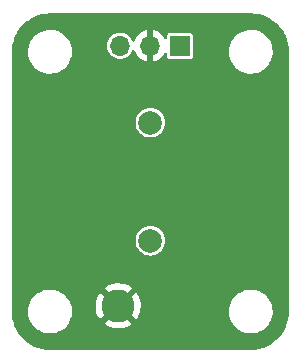
<source format=gtl>
G04 #@! TF.GenerationSoftware,KiCad,Pcbnew,(6.0.2)*
G04 #@! TF.CreationDate,2022-05-11T22:03:01-05:00*
G04 #@! TF.ProjectId,Transmit US,5472616e-736d-4697-9420-55532e6b6963,rev?*
G04 #@! TF.SameCoordinates,Original*
G04 #@! TF.FileFunction,Copper,L1,Top*
G04 #@! TF.FilePolarity,Positive*
%FSLAX46Y46*%
G04 Gerber Fmt 4.6, Leading zero omitted, Abs format (unit mm)*
G04 Created by KiCad (PCBNEW (6.0.2)) date 2022-05-11 22:03:01*
%MOMM*%
%LPD*%
G01*
G04 APERTURE LIST*
G04 #@! TA.AperFunction,ComponentPad*
%ADD10C,2.000000*%
G04 #@! TD*
G04 #@! TA.AperFunction,ComponentPad*
%ADD11C,2.800000*%
G04 #@! TD*
G04 #@! TA.AperFunction,ComponentPad*
%ADD12R,1.700000X1.700000*%
G04 #@! TD*
G04 #@! TA.AperFunction,ComponentPad*
%ADD13O,1.700000X1.700000*%
G04 #@! TD*
G04 #@! TA.AperFunction,ViaPad*
%ADD14C,0.762000*%
G04 #@! TD*
G04 APERTURE END LIST*
D10*
G04 #@! TO.P,LS1,1,1*
G04 #@! TO.N,/PZT+*
X112000000Y-77000000D03*
G04 #@! TO.P,LS1,2,2*
G04 #@! TO.N,/PZT-*
X112000000Y-87000000D03*
G04 #@! TD*
D11*
G04 #@! TO.P,TP1,1,1*
G04 #@! TO.N,GNDREF*
X109275000Y-92525000D03*
G04 #@! TD*
D12*
G04 #@! TO.P,J1,1,Pin_1*
G04 #@! TO.N,+3V3*
X114500000Y-70500000D03*
D13*
G04 #@! TO.P,J1,2,Pin_2*
G04 #@! TO.N,GNDREF*
X111960000Y-70500000D03*
G04 #@! TO.P,J1,3,Pin_3*
G04 #@! TO.N,Net-(J1-Pad3)*
X109420000Y-70500000D03*
G04 #@! TD*
D14*
G04 #@! TO.N,GNDREF*
X102980000Y-79680000D03*
X120800000Y-78162500D03*
X107740000Y-80930000D03*
X108430000Y-77812500D03*
X119290000Y-86540000D03*
G04 #@! TD*
G04 #@! TA.AperFunction,Conductor*
G04 #@! TO.N,GNDREF*
G36*
X120487153Y-67756421D02*
G01*
X120500000Y-67758976D01*
X120512169Y-67756556D01*
X120524582Y-67756556D01*
X120524582Y-67756652D01*
X120535527Y-67755862D01*
X120832699Y-67771436D01*
X120845815Y-67772814D01*
X121168359Y-67823900D01*
X121181259Y-67826642D01*
X121496695Y-67911162D01*
X121509231Y-67915236D01*
X121778214Y-68018488D01*
X121814098Y-68032263D01*
X121826146Y-68037627D01*
X122117120Y-68185885D01*
X122128542Y-68192480D01*
X122402417Y-68370337D01*
X122413086Y-68378089D01*
X122666867Y-68583597D01*
X122676668Y-68592422D01*
X122907578Y-68823332D01*
X122916403Y-68833133D01*
X123121911Y-69086914D01*
X123129661Y-69097581D01*
X123307520Y-69371458D01*
X123314115Y-69382880D01*
X123462373Y-69673854D01*
X123467737Y-69685902D01*
X123566514Y-69943223D01*
X123584762Y-69990761D01*
X123588838Y-70003305D01*
X123673358Y-70318741D01*
X123676100Y-70331641D01*
X123727186Y-70654185D01*
X123728564Y-70667301D01*
X123744029Y-70962383D01*
X123744138Y-70964470D01*
X123743348Y-70975418D01*
X123743444Y-70975418D01*
X123743444Y-70987831D01*
X123741024Y-71000000D01*
X123743579Y-71012844D01*
X123746000Y-71037425D01*
X123746000Y-92962575D01*
X123743579Y-92987153D01*
X123741024Y-93000000D01*
X123743444Y-93012169D01*
X123743444Y-93024582D01*
X123743348Y-93024582D01*
X123744138Y-93035527D01*
X123732321Y-93261014D01*
X123728564Y-93332698D01*
X123727186Y-93345815D01*
X123676100Y-93668359D01*
X123673358Y-93681259D01*
X123588838Y-93996695D01*
X123584764Y-94009231D01*
X123517636Y-94184107D01*
X123467737Y-94314098D01*
X123462373Y-94326146D01*
X123314115Y-94617120D01*
X123307520Y-94628542D01*
X123169993Y-94840315D01*
X123129663Y-94902417D01*
X123121911Y-94913086D01*
X122916403Y-95166867D01*
X122907578Y-95176668D01*
X122676668Y-95407578D01*
X122666867Y-95416403D01*
X122413086Y-95621911D01*
X122402417Y-95629663D01*
X122128542Y-95807520D01*
X122117120Y-95814115D01*
X121826146Y-95962373D01*
X121814097Y-95967737D01*
X121509231Y-96084764D01*
X121496695Y-96088838D01*
X121181259Y-96173358D01*
X121168359Y-96176100D01*
X120845815Y-96227186D01*
X120832699Y-96228564D01*
X120535527Y-96244138D01*
X120524582Y-96243348D01*
X120524582Y-96243444D01*
X120512169Y-96243444D01*
X120500000Y-96241024D01*
X120487153Y-96243579D01*
X120462575Y-96246000D01*
X103537425Y-96246000D01*
X103512847Y-96243579D01*
X103500000Y-96241024D01*
X103487831Y-96243444D01*
X103475418Y-96243444D01*
X103475418Y-96243348D01*
X103464473Y-96244138D01*
X103167301Y-96228564D01*
X103154185Y-96227186D01*
X102831641Y-96176100D01*
X102818741Y-96173358D01*
X102503305Y-96088838D01*
X102490769Y-96084764D01*
X102185903Y-95967737D01*
X102173854Y-95962373D01*
X101882880Y-95814115D01*
X101871458Y-95807520D01*
X101597583Y-95629663D01*
X101586914Y-95621911D01*
X101333133Y-95416403D01*
X101323332Y-95407578D01*
X101092422Y-95176668D01*
X101083597Y-95166867D01*
X100878089Y-94913086D01*
X100870337Y-94902417D01*
X100830008Y-94840315D01*
X100692480Y-94628542D01*
X100685885Y-94617120D01*
X100537627Y-94326146D01*
X100532263Y-94314098D01*
X100482364Y-94184107D01*
X100415236Y-94009231D01*
X100411162Y-93996695D01*
X100326642Y-93681259D01*
X100323900Y-93668359D01*
X100272814Y-93345815D01*
X100271436Y-93332698D01*
X100267679Y-93261014D01*
X100256211Y-93042186D01*
X101641018Y-93042186D01*
X101666579Y-93310100D01*
X101667664Y-93314534D01*
X101667665Y-93314540D01*
X101729461Y-93567080D01*
X101730547Y-93571518D01*
X101831583Y-93820963D01*
X101967569Y-94053210D01*
X102135658Y-94263395D01*
X102332327Y-94447113D01*
X102553457Y-94600516D01*
X102794416Y-94720391D01*
X102798750Y-94721812D01*
X102798753Y-94721813D01*
X103045823Y-94802807D01*
X103045829Y-94802808D01*
X103050156Y-94804227D01*
X103054647Y-94805007D01*
X103054648Y-94805007D01*
X103311538Y-94849611D01*
X103311546Y-94849612D01*
X103315319Y-94850267D01*
X103319156Y-94850458D01*
X103398777Y-94854422D01*
X103398785Y-94854422D01*
X103400348Y-94854500D01*
X103568374Y-94854500D01*
X103570642Y-94854335D01*
X103570654Y-94854335D01*
X103701457Y-94844844D01*
X103768425Y-94839985D01*
X103772880Y-94839001D01*
X103772883Y-94839001D01*
X104026770Y-94782947D01*
X104026772Y-94782946D01*
X104031226Y-94781963D01*
X104282900Y-94686613D01*
X104518172Y-94555931D01*
X104664842Y-94443996D01*
X104728491Y-94395421D01*
X104728495Y-94395417D01*
X104732116Y-94392654D01*
X104920249Y-94200203D01*
X105027242Y-94053210D01*
X105034815Y-94042806D01*
X108122361Y-94042806D01*
X108129751Y-94053108D01*
X108171630Y-94087203D01*
X108178909Y-94092318D01*
X108402756Y-94227085D01*
X108410670Y-94231118D01*
X108651286Y-94333006D01*
X108659691Y-94335883D01*
X108912257Y-94402850D01*
X108920989Y-94404516D01*
X109180474Y-94435227D01*
X109189340Y-94435645D01*
X109450561Y-94429490D01*
X109459414Y-94428653D01*
X109717162Y-94385752D01*
X109725796Y-94383679D01*
X109974930Y-94304888D01*
X109983192Y-94301617D01*
X110218731Y-94188513D01*
X110226455Y-94184107D01*
X110420268Y-94054606D01*
X110428556Y-94044688D01*
X110421299Y-94030509D01*
X109287812Y-92897022D01*
X109273868Y-92889408D01*
X109272035Y-92889539D01*
X109265420Y-92893790D01*
X108129527Y-94029683D01*
X108122361Y-94042806D01*
X105034815Y-94042806D01*
X105075942Y-93986304D01*
X105075947Y-93986297D01*
X105078630Y-93982610D01*
X105203941Y-93744433D01*
X105293557Y-93490662D01*
X105323390Y-93339299D01*
X105344720Y-93231083D01*
X105344721Y-93231077D01*
X105345601Y-93226611D01*
X105354782Y-93042186D01*
X105358755Y-92962383D01*
X105358755Y-92962377D01*
X105358982Y-92957814D01*
X105333421Y-92689900D01*
X105321676Y-92641899D01*
X105279458Y-92469367D01*
X107363245Y-92469367D01*
X107373503Y-92730459D01*
X107374478Y-92739288D01*
X107421422Y-92996332D01*
X107423631Y-93004934D01*
X107506324Y-93252796D01*
X107509728Y-93261014D01*
X107626519Y-93494750D01*
X107631043Y-93502398D01*
X107746352Y-93669235D01*
X107756673Y-93677589D01*
X107770323Y-93670467D01*
X108902978Y-92537812D01*
X108909356Y-92526132D01*
X109639408Y-92526132D01*
X109639539Y-92527965D01*
X109643790Y-92534580D01*
X110780517Y-93671307D01*
X110793917Y-93678624D01*
X110803821Y-93671637D01*
X110819686Y-93652763D01*
X110824905Y-93645580D01*
X110963171Y-93423876D01*
X110967333Y-93416017D01*
X111072988Y-93177030D01*
X111075994Y-93168680D01*
X111111669Y-93042186D01*
X118641018Y-93042186D01*
X118666579Y-93310100D01*
X118667664Y-93314534D01*
X118667665Y-93314540D01*
X118729461Y-93567080D01*
X118730547Y-93571518D01*
X118831583Y-93820963D01*
X118967569Y-94053210D01*
X119135658Y-94263395D01*
X119332327Y-94447113D01*
X119553457Y-94600516D01*
X119794416Y-94720391D01*
X119798750Y-94721812D01*
X119798753Y-94721813D01*
X120045823Y-94802807D01*
X120045829Y-94802808D01*
X120050156Y-94804227D01*
X120054647Y-94805007D01*
X120054648Y-94805007D01*
X120311538Y-94849611D01*
X120311546Y-94849612D01*
X120315319Y-94850267D01*
X120319156Y-94850458D01*
X120398777Y-94854422D01*
X120398785Y-94854422D01*
X120400348Y-94854500D01*
X120568374Y-94854500D01*
X120570642Y-94854335D01*
X120570654Y-94854335D01*
X120701457Y-94844844D01*
X120768425Y-94839985D01*
X120772880Y-94839001D01*
X120772883Y-94839001D01*
X121026770Y-94782947D01*
X121026772Y-94782946D01*
X121031226Y-94781963D01*
X121282900Y-94686613D01*
X121518172Y-94555931D01*
X121664842Y-94443996D01*
X121728491Y-94395421D01*
X121728495Y-94395417D01*
X121732116Y-94392654D01*
X121920249Y-94200203D01*
X122027242Y-94053210D01*
X122075942Y-93986304D01*
X122075947Y-93986297D01*
X122078630Y-93982610D01*
X122203941Y-93744433D01*
X122293557Y-93490662D01*
X122323390Y-93339299D01*
X122344720Y-93231083D01*
X122344721Y-93231077D01*
X122345601Y-93226611D01*
X122354782Y-93042186D01*
X122358755Y-92962383D01*
X122358755Y-92962377D01*
X122358982Y-92957814D01*
X122333421Y-92689900D01*
X122321676Y-92641899D01*
X122270539Y-92432920D01*
X122269453Y-92428482D01*
X122168417Y-92179037D01*
X122071606Y-92013696D01*
X122034741Y-91950735D01*
X122034740Y-91950734D01*
X122032431Y-91946790D01*
X121864342Y-91736605D01*
X121667673Y-91552887D01*
X121446543Y-91399484D01*
X121205584Y-91279609D01*
X121201250Y-91278188D01*
X121201247Y-91278187D01*
X120954177Y-91197193D01*
X120954171Y-91197192D01*
X120949844Y-91195773D01*
X120945352Y-91194993D01*
X120688462Y-91150389D01*
X120688454Y-91150388D01*
X120684681Y-91149733D01*
X120674718Y-91149237D01*
X120601223Y-91145578D01*
X120601215Y-91145578D01*
X120599652Y-91145500D01*
X120431626Y-91145500D01*
X120429358Y-91145665D01*
X120429346Y-91145665D01*
X120298543Y-91155156D01*
X120231575Y-91160015D01*
X120227120Y-91160999D01*
X120227117Y-91160999D01*
X119973230Y-91217053D01*
X119973228Y-91217054D01*
X119968774Y-91218037D01*
X119717100Y-91313387D01*
X119481828Y-91444069D01*
X119478196Y-91446841D01*
X119271509Y-91604579D01*
X119271505Y-91604583D01*
X119267884Y-91607346D01*
X119079751Y-91799797D01*
X119077066Y-91803486D01*
X118924058Y-92013696D01*
X118924053Y-92013703D01*
X118921370Y-92017390D01*
X118796059Y-92255567D01*
X118706443Y-92509338D01*
X118703133Y-92526132D01*
X118670855Y-92689900D01*
X118654399Y-92773389D01*
X118654172Y-92777942D01*
X118654172Y-92777945D01*
X118642969Y-93002998D01*
X118641018Y-93042186D01*
X111111669Y-93042186D01*
X111146921Y-92917192D01*
X111148722Y-92908499D01*
X111183672Y-92648292D01*
X111184200Y-92641899D01*
X111187773Y-92528222D01*
X111187646Y-92521779D01*
X111169106Y-92259923D01*
X111167853Y-92251119D01*
X111112858Y-91995677D01*
X111110379Y-91987144D01*
X111019941Y-91742002D01*
X111016286Y-91733907D01*
X110892206Y-91503947D01*
X110887447Y-91496449D01*
X110802759Y-91381790D01*
X110791631Y-91373348D01*
X110779038Y-91380172D01*
X109647022Y-92512188D01*
X109639408Y-92526132D01*
X108909356Y-92526132D01*
X108910592Y-92523868D01*
X108910461Y-92522035D01*
X108906210Y-92515420D01*
X107770819Y-91380029D01*
X107757978Y-91373017D01*
X107747289Y-91380813D01*
X107695663Y-91446299D01*
X107690658Y-91453663D01*
X107559420Y-91679605D01*
X107555516Y-91687575D01*
X107457420Y-91929763D01*
X107454676Y-91938207D01*
X107391683Y-92191800D01*
X107390156Y-92200551D01*
X107363524Y-92460483D01*
X107363245Y-92469367D01*
X105279458Y-92469367D01*
X105270539Y-92432920D01*
X105269453Y-92428482D01*
X105168417Y-92179037D01*
X105071606Y-92013696D01*
X105034741Y-91950735D01*
X105034740Y-91950734D01*
X105032431Y-91946790D01*
X104864342Y-91736605D01*
X104667673Y-91552887D01*
X104446543Y-91399484D01*
X104205584Y-91279609D01*
X104201250Y-91278188D01*
X104201247Y-91278187D01*
X103954177Y-91197193D01*
X103954171Y-91197192D01*
X103949844Y-91195773D01*
X103945352Y-91194993D01*
X103688462Y-91150389D01*
X103688454Y-91150388D01*
X103684681Y-91149733D01*
X103674718Y-91149237D01*
X103601223Y-91145578D01*
X103601215Y-91145578D01*
X103599652Y-91145500D01*
X103431626Y-91145500D01*
X103429358Y-91145665D01*
X103429346Y-91145665D01*
X103298543Y-91155156D01*
X103231575Y-91160015D01*
X103227120Y-91160999D01*
X103227117Y-91160999D01*
X102973230Y-91217053D01*
X102973228Y-91217054D01*
X102968774Y-91218037D01*
X102717100Y-91313387D01*
X102481828Y-91444069D01*
X102478196Y-91446841D01*
X102271509Y-91604579D01*
X102271505Y-91604583D01*
X102267884Y-91607346D01*
X102079751Y-91799797D01*
X102077066Y-91803486D01*
X101924058Y-92013696D01*
X101924053Y-92013703D01*
X101921370Y-92017390D01*
X101796059Y-92255567D01*
X101706443Y-92509338D01*
X101703133Y-92526132D01*
X101670855Y-92689900D01*
X101654399Y-92773389D01*
X101654172Y-92777942D01*
X101654172Y-92777945D01*
X101642969Y-93002998D01*
X101641018Y-93042186D01*
X100256211Y-93042186D01*
X100255862Y-93035527D01*
X100256652Y-93024582D01*
X100256556Y-93024582D01*
X100256556Y-93012169D01*
X100258976Y-93000000D01*
X100256421Y-92987153D01*
X100254000Y-92962575D01*
X100254000Y-91007688D01*
X108123045Y-91007688D01*
X108130025Y-91020815D01*
X109262188Y-92152978D01*
X109276132Y-92160592D01*
X109277965Y-92160461D01*
X109284580Y-92156210D01*
X110419804Y-91020986D01*
X110426658Y-91008434D01*
X110418450Y-90997363D01*
X110328762Y-90928916D01*
X110321313Y-90924023D01*
X110093353Y-90796359D01*
X110085303Y-90792571D01*
X109841617Y-90698295D01*
X109833127Y-90695683D01*
X109578578Y-90636683D01*
X109569800Y-90635293D01*
X109309478Y-90612746D01*
X109300607Y-90612606D01*
X109039696Y-90626965D01*
X109030886Y-90628079D01*
X108774607Y-90679055D01*
X108766050Y-90681396D01*
X108519496Y-90767980D01*
X108511362Y-90771500D01*
X108279477Y-90891955D01*
X108271905Y-90896594D01*
X108131447Y-90996967D01*
X108123045Y-91007688D01*
X100254000Y-91007688D01*
X100254000Y-87000000D01*
X110740708Y-87000000D01*
X110759839Y-87218674D01*
X110816653Y-87430703D01*
X110818978Y-87435688D01*
X110907095Y-87624659D01*
X110907098Y-87624664D01*
X110909421Y-87629646D01*
X111035326Y-87809457D01*
X111190543Y-87964674D01*
X111195051Y-87967831D01*
X111195054Y-87967833D01*
X111365845Y-88087422D01*
X111370354Y-88090579D01*
X111375336Y-88092902D01*
X111375341Y-88092905D01*
X111476116Y-88139896D01*
X111569297Y-88183347D01*
X111781326Y-88240161D01*
X112000000Y-88259292D01*
X112218674Y-88240161D01*
X112430703Y-88183347D01*
X112523884Y-88139896D01*
X112624659Y-88092905D01*
X112624664Y-88092902D01*
X112629646Y-88090579D01*
X112634155Y-88087422D01*
X112804946Y-87967833D01*
X112804949Y-87967831D01*
X112809457Y-87964674D01*
X112964674Y-87809457D01*
X113090579Y-87629646D01*
X113092902Y-87624664D01*
X113092905Y-87624659D01*
X113181022Y-87435688D01*
X113183347Y-87430703D01*
X113240161Y-87218674D01*
X113259292Y-87000000D01*
X113240161Y-86781326D01*
X113183347Y-86569297D01*
X113139896Y-86476116D01*
X113092905Y-86375341D01*
X113092902Y-86375336D01*
X113090579Y-86370354D01*
X112964674Y-86190543D01*
X112809457Y-86035326D01*
X112804949Y-86032169D01*
X112804946Y-86032167D01*
X112634155Y-85912578D01*
X112634153Y-85912577D01*
X112629646Y-85909421D01*
X112624664Y-85907098D01*
X112624659Y-85907095D01*
X112523884Y-85860104D01*
X112430703Y-85816653D01*
X112218674Y-85759839D01*
X112000000Y-85740708D01*
X111781326Y-85759839D01*
X111569297Y-85816653D01*
X111476116Y-85860104D01*
X111375341Y-85907095D01*
X111375336Y-85907098D01*
X111370354Y-85909421D01*
X111365847Y-85912577D01*
X111365845Y-85912578D01*
X111195054Y-86032167D01*
X111195051Y-86032169D01*
X111190543Y-86035326D01*
X111035326Y-86190543D01*
X110909421Y-86370354D01*
X110907098Y-86375336D01*
X110907095Y-86375341D01*
X110860104Y-86476116D01*
X110816653Y-86569297D01*
X110759839Y-86781326D01*
X110740708Y-87000000D01*
X100254000Y-87000000D01*
X100254000Y-77000000D01*
X110740708Y-77000000D01*
X110759839Y-77218674D01*
X110816653Y-77430703D01*
X110818978Y-77435688D01*
X110907095Y-77624659D01*
X110907098Y-77624664D01*
X110909421Y-77629646D01*
X111035326Y-77809457D01*
X111190543Y-77964674D01*
X111195051Y-77967831D01*
X111195054Y-77967833D01*
X111365845Y-78087422D01*
X111370354Y-78090579D01*
X111375336Y-78092902D01*
X111375341Y-78092905D01*
X111476116Y-78139896D01*
X111569297Y-78183347D01*
X111781326Y-78240161D01*
X112000000Y-78259292D01*
X112218674Y-78240161D01*
X112430703Y-78183347D01*
X112523884Y-78139896D01*
X112624659Y-78092905D01*
X112624664Y-78092902D01*
X112629646Y-78090579D01*
X112634155Y-78087422D01*
X112804946Y-77967833D01*
X112804949Y-77967831D01*
X112809457Y-77964674D01*
X112964674Y-77809457D01*
X113090579Y-77629646D01*
X113092902Y-77624664D01*
X113092905Y-77624659D01*
X113181022Y-77435688D01*
X113183347Y-77430703D01*
X113240161Y-77218674D01*
X113259292Y-77000000D01*
X113240161Y-76781326D01*
X113183347Y-76569297D01*
X113139896Y-76476116D01*
X113092905Y-76375341D01*
X113092902Y-76375336D01*
X113090579Y-76370354D01*
X112964674Y-76190543D01*
X112809457Y-76035326D01*
X112804949Y-76032169D01*
X112804946Y-76032167D01*
X112634155Y-75912578D01*
X112634153Y-75912577D01*
X112629646Y-75909421D01*
X112624664Y-75907098D01*
X112624659Y-75907095D01*
X112523884Y-75860104D01*
X112430703Y-75816653D01*
X112218674Y-75759839D01*
X112000000Y-75740708D01*
X111781326Y-75759839D01*
X111569297Y-75816653D01*
X111476116Y-75860104D01*
X111375341Y-75907095D01*
X111375336Y-75907098D01*
X111370354Y-75909421D01*
X111365847Y-75912577D01*
X111365845Y-75912578D01*
X111195054Y-76032167D01*
X111195051Y-76032169D01*
X111190543Y-76035326D01*
X111035326Y-76190543D01*
X110909421Y-76370354D01*
X110907098Y-76375336D01*
X110907095Y-76375341D01*
X110860104Y-76476116D01*
X110816653Y-76569297D01*
X110759839Y-76781326D01*
X110740708Y-77000000D01*
X100254000Y-77000000D01*
X100254000Y-71042186D01*
X101641018Y-71042186D01*
X101666579Y-71310100D01*
X101667664Y-71314534D01*
X101667665Y-71314540D01*
X101725933Y-71552662D01*
X101730547Y-71571518D01*
X101831583Y-71820963D01*
X101967569Y-72053210D01*
X102135658Y-72263395D01*
X102332327Y-72447113D01*
X102553457Y-72600516D01*
X102794416Y-72720391D01*
X102798750Y-72721812D01*
X102798753Y-72721813D01*
X103045823Y-72802807D01*
X103045829Y-72802808D01*
X103050156Y-72804227D01*
X103054647Y-72805007D01*
X103054648Y-72805007D01*
X103311538Y-72849611D01*
X103311546Y-72849612D01*
X103315319Y-72850267D01*
X103319156Y-72850458D01*
X103398777Y-72854422D01*
X103398785Y-72854422D01*
X103400348Y-72854500D01*
X103568374Y-72854500D01*
X103570642Y-72854335D01*
X103570654Y-72854335D01*
X103701457Y-72844844D01*
X103768425Y-72839985D01*
X103772880Y-72839001D01*
X103772883Y-72839001D01*
X104026770Y-72782947D01*
X104026772Y-72782946D01*
X104031226Y-72781963D01*
X104282900Y-72686613D01*
X104518172Y-72555931D01*
X104664842Y-72443996D01*
X104728491Y-72395421D01*
X104728495Y-72395417D01*
X104732116Y-72392654D01*
X104920249Y-72200203D01*
X105027242Y-72053210D01*
X105075942Y-71986304D01*
X105075947Y-71986297D01*
X105078630Y-71982610D01*
X105203941Y-71744433D01*
X105293557Y-71490662D01*
X105319704Y-71358002D01*
X105344720Y-71231083D01*
X105344721Y-71231077D01*
X105345601Y-71226611D01*
X105350275Y-71132718D01*
X105358755Y-70962383D01*
X105358755Y-70962377D01*
X105358982Y-70957814D01*
X105333421Y-70689900D01*
X105329414Y-70673522D01*
X105279848Y-70470964D01*
X108311148Y-70470964D01*
X108324424Y-70673522D01*
X108325845Y-70679118D01*
X108325846Y-70679123D01*
X108349787Y-70773389D01*
X108374392Y-70870269D01*
X108376809Y-70875512D01*
X108412650Y-70953258D01*
X108459377Y-71054616D01*
X108576533Y-71220389D01*
X108721938Y-71362035D01*
X108890720Y-71474812D01*
X108896023Y-71477090D01*
X108896026Y-71477092D01*
X109071921Y-71552662D01*
X109077228Y-71554942D01*
X109150244Y-71571464D01*
X109269579Y-71598467D01*
X109269584Y-71598468D01*
X109275216Y-71599742D01*
X109280987Y-71599969D01*
X109280989Y-71599969D01*
X109340756Y-71602317D01*
X109478053Y-71607712D01*
X109585348Y-71592155D01*
X109673231Y-71579413D01*
X109673236Y-71579412D01*
X109678945Y-71578584D01*
X109684409Y-71576729D01*
X109684414Y-71576728D01*
X109865693Y-71515192D01*
X109865698Y-71515190D01*
X109871165Y-71513334D01*
X109903948Y-71494975D01*
X109949138Y-71469667D01*
X110048276Y-71414147D01*
X110087969Y-71381135D01*
X110178851Y-71305548D01*
X110204345Y-71284345D01*
X110276833Y-71197188D01*
X110330453Y-71132718D01*
X110330455Y-71132715D01*
X110334147Y-71128276D01*
X110427052Y-70962383D01*
X110430510Y-70956208D01*
X110430511Y-70956206D01*
X110433334Y-70951165D01*
X110435720Y-70944135D01*
X110436170Y-70943496D01*
X110437541Y-70940416D01*
X110438146Y-70940685D01*
X110476553Y-70886059D01*
X110542305Y-70859278D01*
X110612098Y-70872295D01*
X110663773Y-70920980D01*
X110671777Y-70937229D01*
X110741770Y-71109603D01*
X110746413Y-71118794D01*
X110857694Y-71300388D01*
X110863777Y-71308699D01*
X111003213Y-71469667D01*
X111010580Y-71476883D01*
X111174434Y-71612916D01*
X111182881Y-71618831D01*
X111366756Y-71726279D01*
X111376042Y-71730729D01*
X111575001Y-71806703D01*
X111584899Y-71809579D01*
X111688250Y-71830606D01*
X111702299Y-71829410D01*
X111706000Y-71819065D01*
X111706000Y-71818517D01*
X112214000Y-71818517D01*
X112218064Y-71832359D01*
X112231478Y-71834393D01*
X112238184Y-71833534D01*
X112248262Y-71831392D01*
X112452255Y-71770191D01*
X112461842Y-71766433D01*
X112653095Y-71672739D01*
X112661945Y-71667464D01*
X112835328Y-71543792D01*
X112843200Y-71537139D01*
X112994052Y-71386812D01*
X113000730Y-71378965D01*
X113125003Y-71206020D01*
X113130310Y-71197188D01*
X113156544Y-71144109D01*
X113204658Y-71091903D01*
X113273360Y-71073996D01*
X113340836Y-71096075D01*
X113385664Y-71151129D01*
X113395501Y-71199937D01*
X113395501Y-71375066D01*
X113410266Y-71449301D01*
X113417161Y-71459620D01*
X113417162Y-71459622D01*
X113457516Y-71520015D01*
X113466516Y-71533484D01*
X113550699Y-71589734D01*
X113624933Y-71604500D01*
X114499858Y-71604500D01*
X115375066Y-71604499D01*
X115410818Y-71597388D01*
X115437126Y-71592156D01*
X115437128Y-71592155D01*
X115449301Y-71589734D01*
X115459621Y-71582839D01*
X115459622Y-71582838D01*
X115523168Y-71540377D01*
X115533484Y-71533484D01*
X115589734Y-71449301D01*
X115604500Y-71375067D01*
X115604500Y-71042186D01*
X118641018Y-71042186D01*
X118666579Y-71310100D01*
X118667664Y-71314534D01*
X118667665Y-71314540D01*
X118725933Y-71552662D01*
X118730547Y-71571518D01*
X118831583Y-71820963D01*
X118967569Y-72053210D01*
X119135658Y-72263395D01*
X119332327Y-72447113D01*
X119553457Y-72600516D01*
X119794416Y-72720391D01*
X119798750Y-72721812D01*
X119798753Y-72721813D01*
X120045823Y-72802807D01*
X120045829Y-72802808D01*
X120050156Y-72804227D01*
X120054647Y-72805007D01*
X120054648Y-72805007D01*
X120311538Y-72849611D01*
X120311546Y-72849612D01*
X120315319Y-72850267D01*
X120319156Y-72850458D01*
X120398777Y-72854422D01*
X120398785Y-72854422D01*
X120400348Y-72854500D01*
X120568374Y-72854500D01*
X120570642Y-72854335D01*
X120570654Y-72854335D01*
X120701457Y-72844844D01*
X120768425Y-72839985D01*
X120772880Y-72839001D01*
X120772883Y-72839001D01*
X121026770Y-72782947D01*
X121026772Y-72782946D01*
X121031226Y-72781963D01*
X121282900Y-72686613D01*
X121518172Y-72555931D01*
X121664842Y-72443996D01*
X121728491Y-72395421D01*
X121728495Y-72395417D01*
X121732116Y-72392654D01*
X121920249Y-72200203D01*
X122027242Y-72053210D01*
X122075942Y-71986304D01*
X122075947Y-71986297D01*
X122078630Y-71982610D01*
X122203941Y-71744433D01*
X122293557Y-71490662D01*
X122319704Y-71358002D01*
X122344720Y-71231083D01*
X122344721Y-71231077D01*
X122345601Y-71226611D01*
X122350275Y-71132718D01*
X122358755Y-70962383D01*
X122358755Y-70962377D01*
X122358982Y-70957814D01*
X122333421Y-70689900D01*
X122329414Y-70673522D01*
X122270539Y-70432920D01*
X122269453Y-70428482D01*
X122168417Y-70179037D01*
X122032431Y-69946790D01*
X121864342Y-69736605D01*
X121667673Y-69552887D01*
X121446543Y-69399484D01*
X121205584Y-69279609D01*
X121201250Y-69278188D01*
X121201247Y-69278187D01*
X120954177Y-69197193D01*
X120954171Y-69197192D01*
X120949844Y-69195773D01*
X120887735Y-69184989D01*
X120688462Y-69150389D01*
X120688454Y-69150388D01*
X120684681Y-69149733D01*
X120674718Y-69149237D01*
X120601223Y-69145578D01*
X120601215Y-69145578D01*
X120599652Y-69145500D01*
X120431626Y-69145500D01*
X120429358Y-69145665D01*
X120429346Y-69145665D01*
X120298543Y-69155156D01*
X120231575Y-69160015D01*
X120227120Y-69160999D01*
X120227117Y-69160999D01*
X119973230Y-69217053D01*
X119973228Y-69217054D01*
X119968774Y-69218037D01*
X119717100Y-69313387D01*
X119713114Y-69315601D01*
X119713112Y-69315602D01*
X119530270Y-69417162D01*
X119481828Y-69444069D01*
X119452415Y-69466516D01*
X119271509Y-69604579D01*
X119271505Y-69604583D01*
X119267884Y-69607346D01*
X119264699Y-69610604D01*
X119264698Y-69610605D01*
X119250691Y-69624934D01*
X119079751Y-69799797D01*
X119077066Y-69803486D01*
X118924058Y-70013696D01*
X118924053Y-70013703D01*
X118921370Y-70017390D01*
X118796059Y-70255567D01*
X118706443Y-70509338D01*
X118682345Y-70631600D01*
X118657246Y-70758945D01*
X118654399Y-70773389D01*
X118654172Y-70777942D01*
X118654172Y-70777945D01*
X118641873Y-71025017D01*
X118641018Y-71042186D01*
X115604500Y-71042186D01*
X115604499Y-69624934D01*
X115589734Y-69550699D01*
X115563654Y-69511667D01*
X115540377Y-69476832D01*
X115533484Y-69466516D01*
X115449301Y-69410266D01*
X115375067Y-69395500D01*
X114500142Y-69395500D01*
X113624934Y-69395501D01*
X113591836Y-69402084D01*
X113562874Y-69407844D01*
X113562872Y-69407845D01*
X113550699Y-69410266D01*
X113540379Y-69417161D01*
X113540378Y-69417162D01*
X113503429Y-69441851D01*
X113466516Y-69466516D01*
X113410266Y-69550699D01*
X113395500Y-69624933D01*
X113395500Y-69792852D01*
X113375498Y-69860973D01*
X113321842Y-69907466D01*
X113251568Y-69917570D01*
X113186988Y-69888076D01*
X113161235Y-69855868D01*
X113160912Y-69856077D01*
X113158836Y-69852868D01*
X113158453Y-69852389D01*
X113158099Y-69851729D01*
X113042426Y-69672926D01*
X113036136Y-69664757D01*
X112892806Y-69507240D01*
X112885273Y-69500215D01*
X112718139Y-69368222D01*
X112709552Y-69362517D01*
X112523117Y-69259599D01*
X112513705Y-69255369D01*
X112312959Y-69184280D01*
X112302988Y-69181646D01*
X112231837Y-69168972D01*
X112218540Y-69170432D01*
X112214000Y-69184989D01*
X112214000Y-71818517D01*
X111706000Y-71818517D01*
X111706000Y-69183102D01*
X111702082Y-69169758D01*
X111687806Y-69167771D01*
X111649324Y-69173660D01*
X111639288Y-69176051D01*
X111436868Y-69242212D01*
X111427359Y-69246209D01*
X111238463Y-69344542D01*
X111229738Y-69350036D01*
X111059433Y-69477905D01*
X111051726Y-69484748D01*
X110904590Y-69638717D01*
X110898104Y-69646727D01*
X110778098Y-69822649D01*
X110773000Y-69831623D01*
X110683338Y-70024783D01*
X110679777Y-70034464D01*
X110675291Y-70050640D01*
X110637813Y-70110939D01*
X110573684Y-70141403D01*
X110503266Y-70132360D01*
X110448915Y-70086682D01*
X110440867Y-70072698D01*
X110368331Y-69925609D01*
X110365776Y-69920428D01*
X110244320Y-69757779D01*
X110095258Y-69619987D01*
X110090375Y-69616906D01*
X110090371Y-69616903D01*
X109928464Y-69514748D01*
X109923581Y-69511667D01*
X109735039Y-69436446D01*
X109729379Y-69435320D01*
X109729375Y-69435319D01*
X109541613Y-69397971D01*
X109541610Y-69397971D01*
X109535946Y-69396844D01*
X109530171Y-69396768D01*
X109530167Y-69396768D01*
X109428793Y-69395441D01*
X109332971Y-69394187D01*
X109327274Y-69395166D01*
X109327273Y-69395166D01*
X109239397Y-69410266D01*
X109132910Y-69428564D01*
X108942463Y-69498824D01*
X108768010Y-69602612D01*
X108763670Y-69606418D01*
X108763666Y-69606421D01*
X108673036Y-69685902D01*
X108615392Y-69736455D01*
X108489720Y-69895869D01*
X108487031Y-69900980D01*
X108487029Y-69900983D01*
X108462929Y-69946790D01*
X108395203Y-70075515D01*
X108335007Y-70269378D01*
X108311148Y-70470964D01*
X105279848Y-70470964D01*
X105270539Y-70432920D01*
X105269453Y-70428482D01*
X105168417Y-70179037D01*
X105032431Y-69946790D01*
X104864342Y-69736605D01*
X104667673Y-69552887D01*
X104446543Y-69399484D01*
X104205584Y-69279609D01*
X104201250Y-69278188D01*
X104201247Y-69278187D01*
X103954177Y-69197193D01*
X103954171Y-69197192D01*
X103949844Y-69195773D01*
X103887735Y-69184989D01*
X103688462Y-69150389D01*
X103688454Y-69150388D01*
X103684681Y-69149733D01*
X103674718Y-69149237D01*
X103601223Y-69145578D01*
X103601215Y-69145578D01*
X103599652Y-69145500D01*
X103431626Y-69145500D01*
X103429358Y-69145665D01*
X103429346Y-69145665D01*
X103298543Y-69155156D01*
X103231575Y-69160015D01*
X103227120Y-69160999D01*
X103227117Y-69160999D01*
X102973230Y-69217053D01*
X102973228Y-69217054D01*
X102968774Y-69218037D01*
X102717100Y-69313387D01*
X102713114Y-69315601D01*
X102713112Y-69315602D01*
X102530270Y-69417162D01*
X102481828Y-69444069D01*
X102452415Y-69466516D01*
X102271509Y-69604579D01*
X102271505Y-69604583D01*
X102267884Y-69607346D01*
X102264699Y-69610604D01*
X102264698Y-69610605D01*
X102250691Y-69624934D01*
X102079751Y-69799797D01*
X102077066Y-69803486D01*
X101924058Y-70013696D01*
X101924053Y-70013703D01*
X101921370Y-70017390D01*
X101796059Y-70255567D01*
X101706443Y-70509338D01*
X101682345Y-70631600D01*
X101657246Y-70758945D01*
X101654399Y-70773389D01*
X101654172Y-70777942D01*
X101654172Y-70777945D01*
X101641873Y-71025017D01*
X101641018Y-71042186D01*
X100254000Y-71042186D01*
X100254000Y-71037425D01*
X100256421Y-71012844D01*
X100258976Y-71000000D01*
X100256556Y-70987831D01*
X100256556Y-70975418D01*
X100256652Y-70975418D01*
X100255862Y-70964470D01*
X100255972Y-70962383D01*
X100271436Y-70667301D01*
X100272814Y-70654185D01*
X100323900Y-70331641D01*
X100326642Y-70318741D01*
X100411162Y-70003305D01*
X100415238Y-69990761D01*
X100433487Y-69943223D01*
X100532263Y-69685902D01*
X100537627Y-69673854D01*
X100685885Y-69382880D01*
X100692480Y-69371458D01*
X100870339Y-69097581D01*
X100878089Y-69086914D01*
X101083597Y-68833133D01*
X101092422Y-68823332D01*
X101323332Y-68592422D01*
X101333133Y-68583597D01*
X101586914Y-68378089D01*
X101597583Y-68370337D01*
X101871458Y-68192480D01*
X101882880Y-68185885D01*
X102173854Y-68037627D01*
X102185902Y-68032263D01*
X102221786Y-68018488D01*
X102490769Y-67915236D01*
X102503305Y-67911162D01*
X102818741Y-67826642D01*
X102831641Y-67823900D01*
X103154185Y-67772814D01*
X103167301Y-67771436D01*
X103464473Y-67755862D01*
X103475418Y-67756652D01*
X103475418Y-67756556D01*
X103487831Y-67756556D01*
X103500000Y-67758976D01*
X103512847Y-67756421D01*
X103537425Y-67754000D01*
X120462575Y-67754000D01*
X120487153Y-67756421D01*
G37*
G04 #@! TD.AperFunction*
G04 #@! TD*
M02*

</source>
